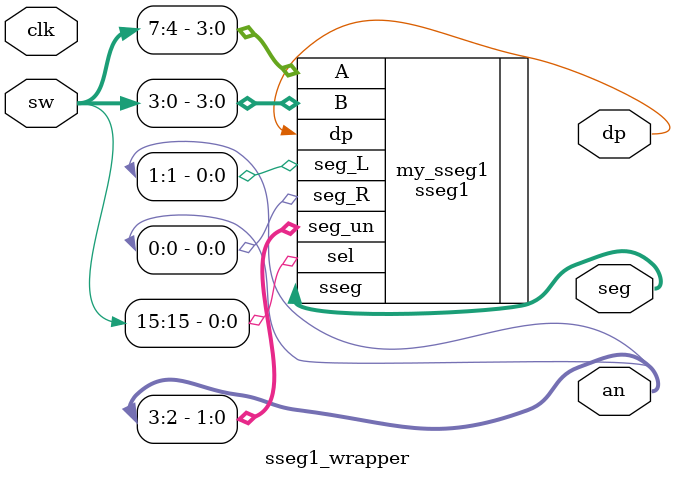
<source format=sv>
`timescale 1ns / 1ps


module sseg1_wrapper(
    input [15:0] sw,
    input clk,
    output [3:0] an,
    output [6:0] seg,
    output dp
    );
    
    sseg1 my_sseg1(
    .A(sw[7:4]),
    .B(sw[3:0]),
    .sel(sw[15]),
    .seg_un(an[3:2]),
    .dp(dp),
    .sseg(seg),
    .seg_L(an[1]),
    .seg_R(an[0])
    );
    
endmodule

</source>
